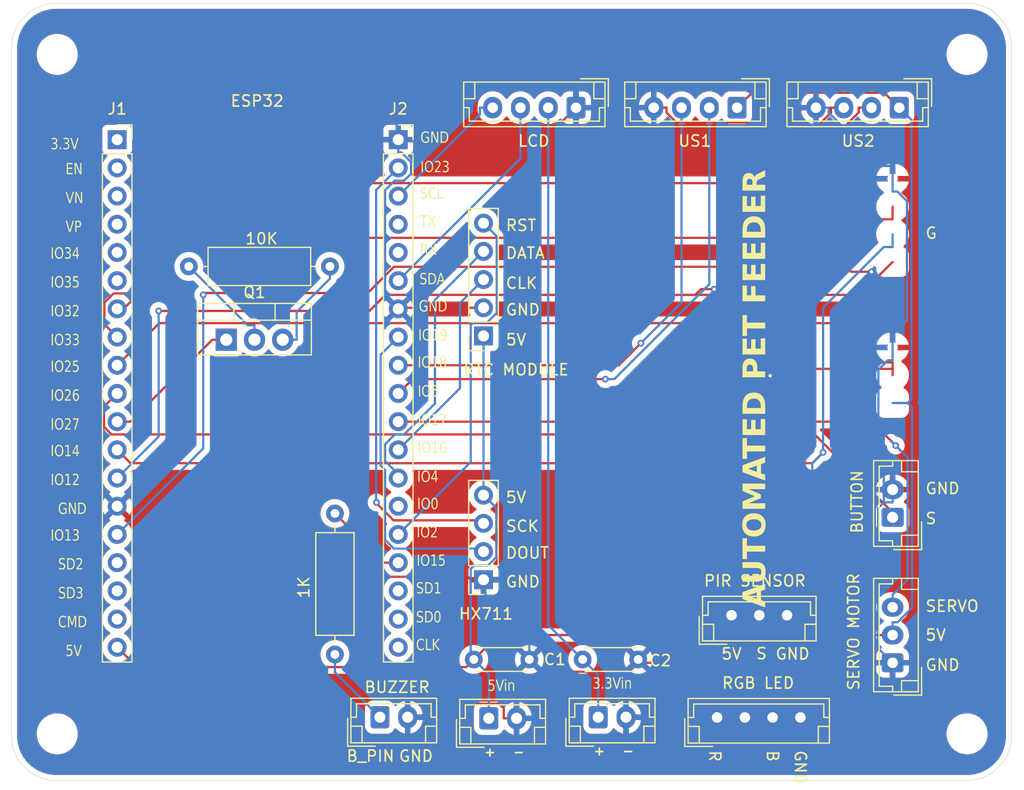
<source format=kicad_pcb>
(kicad_pcb (version 20241229) (generator "pcbnew") (generator_version "9.0")
  (layers (0 "F.Cu" signal) (2 "B.Cu" signal) (13 "F.Paste" user) (15 "B.Paste" user) (5 "F.SilkS" user "F.Silkscreen") (7 "B.SilkS" user "B.Silkscreen") (1 "F.Mask" user) (3 "B.Mask" user) (25 "Edge.Cuts" user))
  (net 0 "")
  (net 1 "5V")
  (net 2 "GND")
  (net 3 "3.3V")
  (net 4 "TRIG_2")
  (net 5 "PIR_PIN")
  (net 7 "BLUE")
  (net 8 "ECHO_2")
  (net 11 "PWR_CTRL_PIN")
  (net 14 "BTN_PIN")
  (net 15 "GREEN")
  (net 18 "RED")
  (net 21 "DATA")
  (net 22 "HX711_SCK")
  (net 23 "ECHO_1")
  (net 24 "SDA")
  (net 25 "SERVO_PIN")
  (net 30 "SCL")
  (net 31 "BUZZER_PIN")
  (net 32 "HX711_DOUT")
  (net 33 "RESET")
  (net 35 "CLOCK")
  (net 36 "TRIG_1")
  (net 38 "Net-(J14-Pin_1)")
  (net 39 "Net-(Q1-D)")
  (net 40 "Net-(Q1-S)")
  (footprint "Connector_JST:JST_EH_B3B-EH-A_1x03_P2.50mm_Vertical" (layer "F.Cu") (at 209.3 109.4 90)
    (property "Reference" "J6" (hide yes))
    (property "Value" "SERVO")
    (pad "1" thru_hole roundrect (at 0 0 90) (size 1.7 1.95) (drill 0.95) (layers "*.Cu" "*.Mask") (roundrect_rratio 0.147059) (net 2 "GND"))
    (pad "2" thru_hole oval (at 2.5 0 90) (size 1.7 1.95) (drill 0.95) (layers "*.Cu" "*.Mask") (net 1 "5V"))
    (pad "3" thru_hole oval (at 5 0 90) (size 1.7 1.95) (drill 0.95) (layers "*.Cu" "*.Mask") (net 25 "SERVO_PIN"))
  )
  (footprint "Connector_JST:JST_EH_B2B-EH-A_1x02_P2.50mm_Vertical" (layer "F.Cu") (at 182.8 114.3)
    (property "Reference" "J4" (hide yes))
    (property "Value" "3.3V")
    (pad "1" thru_hole roundrect (at 0 0) (size 1.7 2) (drill 1) (layers "*.Cu" "*.Mask") (roundrect_rratio 0.147059) (net 3 "3.3V"))
    (pad "2" thru_hole oval (at 2.5 0) (size 1.7 2) (drill 1) (layers "*.Cu" "*.Mask") (net 2 "GND"))
  )
  (footprint "Package_TO_SOT_THT:TO-220-3_Vertical" (layer "F.Cu") (at 149.32 80.3)
    (property "Reference" "Q1" (at 2.54 -4.27 0) (layer "F.SilkS"))
    (property "Value" "IRLZ44N")
    (pad "1" thru_hole rect (at 0 0) (size 1.905 2) (drill 1.1) (layers "*.Cu" "*.Mask") (net 11 "PWR_CTRL_PIN"))
    (pad "2" thru_hole oval (at 2.54 0) (size 1.905 2) (drill 1.1) (layers "*.Cu" "*.Mask") (net 39 "Net-(Q1-D)"))
    (pad "3" thru_hole oval (at 5.08 0) (size 1.905 2) (drill 1.1) (layers "*.Cu" "*.Mask") (net 40 "Net-(Q1-S)"))
  )
  (footprint "Resistor_THT:R_Axial_DIN0309_L9.0mm_D3.2mm_P12.70mm_Horizontal" (layer "F.Cu") (at 145.95 73.7)
    (property "Reference" "R2" (hide yes))
    (property "Value" "10K")
    (pad "1" thru_hole circle (at 0 0) (size 1.6 1.6) (drill 0.8) (layers "*.Cu" "*.Mask") (net 39 "Net-(Q1-D)"))
    (pad "2" thru_hole oval (at 12.7 0) (size 1.6 1.6) (drill 0.8) (layers "*.Cu" "*.Mask") (net 40 "Net-(Q1-S)"))
  )
  (footprint "Connector_JST:JST_EH_B2B-EH-A_1x02_P2.50mm_Vertical" (layer "F.Cu") (at 209.3 96.3 90)
    (property "Reference" "J11" (hide yes))
    (property "Value" "BUTTON")
    (pad "1" thru_hole roundrect (at 0 0 90) (size 1.7 2) (drill 1) (layers "*.Cu" "*.Mask") (roundrect_rratio 0.147059) (net 14 "BTN_PIN"))
    (pad "2" thru_hole oval (at 2.5 0 90) (size 1.7 2) (drill 1) (layers "*.Cu" "*.Mask") (net 2 "GND"))
  )
  (footprint "Connector_PinSocket_2.54mm:PinSocket_1x19_P2.54mm_Vertical" (layer "F.Cu") (at 139.5 62.28)
    (property "Reference" "J1" (at 0 -2.77 0) (layer "F.SilkS"))
    (property "Value" "left side")
    (pad "1" thru_hole rect (at 0 0) (size 1.7 1.7) (drill 1) (layers "*.Cu" "*.Mask"))
    (pad "2" thru_hole circle (at 0 2.54) (size 1.7 1.7) (drill 1) (layers "*.Cu" "*.Mask"))
    (pad "3" thru_hole circle (at 0 5.08) (size 1.7 1.7) (drill 1) (layers "*.Cu" "*.Mask"))
    (pad "4" thru_hole circle (at 0 7.62) (size 1.7 1.7) (drill 1) (layers "*.Cu" "*.Mask"))
    (pad "5" thru_hole circle (at 0 10.16) (size 1.7 1.7) (drill 1) (layers "*.Cu" "*.Mask"))
    (pad "6" thru_hole circle (at 0 12.7) (size 1.7 1.7) (drill 1) (layers "*.Cu" "*.Mask"))
    (pad "7" thru_hole circle (at 0 15.24) (size 1.7 1.7) (drill 1) (layers "*.Cu" "*.Mask") (net 4 "TRIG_2"))
    (pad "8" thru_hole circle (at 0 17.78) (size 1.7 1.7) (drill 1) (layers "*.Cu" "*.Mask") (net 8 "ECHO_2"))
    (pad "9" thru_hole circle (at 0 20.32) (size 1.7 1.7) (drill 1) (layers "*.Cu" "*.Mask") (net 5 "PIR_PIN"))
    (pad "10" thru_hole circle (at 0 22.86) (size 1.7 1.7) (drill 1) (layers "*.Cu" "*.Mask") (net 14 "BTN_PIN"))
    (pad "11" thru_hole circle (at 0 25.4) (size 1.7 1.7) (drill 1) (layers "*.Cu" "*.Mask") (net 11 "PWR_CTRL_PIN"))
    (pad "12" thru_hole circle (at 0 27.94) (size 1.7 1.7) (drill 1) (layers "*.Cu" "*.Mask") (net 15 "GREEN"))
    (pad "13" thru_hole circle (at 0 30.48) (size 1.7 1.7) (drill 1) (layers "*.Cu" "*.Mask") (net 18 "RED"))
    (pad "14" thru_hole circle (at 0 33.02) (size 1.7 1.7) (drill 1) (layers "*.Cu" "*.Mask") (net 2 "GND"))
    (pad "15" thru_hole circle (at 0 35.56) (size 1.7 1.7) (drill 1) (layers "*.Cu" "*.Mask") (net 7 "BLUE"))
    (pad "16" thru_hole circle (at 0 38.1) (size 1.7 1.7) (drill 1) (layers "*.Cu" "*.Mask"))
    (pad "17" thru_hole circle (at 0 40.64) (size 1.7 1.7) (drill 1) (layers "*.Cu" "*.Mask"))
    (pad "18" thru_hole circle (at 0 43.18) (size 1.7 1.7) (drill 1) (layers "*.Cu" "*.Mask"))
    (pad "19" thru_hole circle (at 0 45.72) (size 1.7 1.7) (drill 1) (layers "*.Cu" "*.Mask") (net 1 "5V"))
  )
  (footprint "Connector_PinSocket_2.54mm:PinSocket_1x04_P2.54mm_Vertical" (layer "F.Cu") (at 172.475 101.92 180)
    (property "Reference" "J13" (hide yes))
    (property "Value" "HX711")
    (pad "1" thru_hole rect (at 0 0 180) (size 1.7 1.7) (drill 1) (layers "*.Cu" "*.Mask") (net 2 "GND"))
    (pad "2" thru_hole circle (at 0 2.54 180) (size 1.7 1.7) (drill 1) (layers "*.Cu" "*.Mask") (net 32 "HX711_DOUT"))
    (pad "3" thru_hole circle (at 0 5.08 180) (size 1.7 1.7) (drill 1) (layers "*.Cu" "*.Mask") (net 22 "HX711_SCK"))
    (pad "4" thru_hole circle (at 0 7.62 180) (size 1.7 1.7) (drill 1) (layers "*.Cu" "*.Mask") (net 1 "5V"))
  )
  (footprint "Connector_JST:JST_EH_B4B-EH-A_1x04_P2.50mm_Vertical" (layer "F.Cu") (at 195.3 59.4 180)
    (property "Reference" "J7" (hide yes))
    (property "Value" "ULTRASONIC_1")
    (pad "1" thru_hole roundrect (at 0 0 180) (size 1.7 1.95) (drill 0.95) (layers "*.Cu" "*.Mask") (roundrect_rratio 0.147059) (net 1 "5V"))
    (pad "2" thru_hole oval (at 2.5 0 180) (size 1.7 1.95) (drill 0.95) (layers "*.Cu" "*.Mask") (net 36 "TRIG_1"))
    (pad "3" thru_hole oval (at 5 0 180) (size 1.7 1.95) (drill 0.95) (layers "*.Cu" "*.Mask") (net 23 "ECHO_1"))
    (pad "4" thru_hole oval (at 7.5 0 180) (size 1.7 1.95) (drill 0.95) (layers "*.Cu" "*.Mask") (net 2 "GND"))
  )
  (footprint "MountingHole:MountingHole_3.2mm_M3" (layer "F.Cu") (at 134.1 54.6)
    (property "Reference" "H2" (hide yes))
    (property "Value" "MountingHole")
    (pad "" np_thru_hole circle (at 0 0) (size 3.2 3.2) (drill 3.2) (layers "*.Cu" "*.Mask"))
  )
  (footprint "Connector_JST:JST_EH_B4B-EH-A_1x04_P2.50mm_Vertical" (layer "F.Cu") (at 193.5 114.3238)
    (property "Reference" "J12" (hide yes))
    (property "Value" "RGB_LED")
    (pad "1" thru_hole roundrect (at 0 0) (size 1.7 1.95) (drill 0.95) (layers "*.Cu" "*.Mask") (roundrect_rratio 0.147059) (net 18 "RED"))
    (pad "2" thru_hole oval (at 2.5 0) (size 1.7 1.95) (drill 0.95) (layers "*.Cu" "*.Mask") (net 15 "GREEN"))
    (pad "3" thru_hole oval (at 5 0) (size 1.7 1.95) (drill 0.95) (layers "*.Cu" "*.Mask") (net 7 "BLUE"))
    (pad "4" thru_hole oval (at 7.5 0) (size 1.7 1.95) (drill 0.95) (layers "*.Cu" "*.Mask") (net 2 "GND"))
  )
  (footprint "Capacitor_THT:C_Disc_D4.3mm_W1.9mm_P5.00mm" (layer "F.Cu") (at 181.4 109.1)
    (property "Reference" "C2" (at 7 0.1 0) (layer "F.SilkS"))
    (property "Value" "C")
    (pad "1" thru_hole circle (at 0 0) (size 1.6 1.6) (drill 0.8) (layers "*.Cu" "*.Mask") (net 3 "3.3V"))
    (pad "2" thru_hole circle (at 5 0) (size 1.6 1.6) (drill 0.8) (layers "*.Cu" "*.Mask") (net 2 "GND"))
  )
  (footprint "Connector_JST:JST_EH_B4B-EH-A_1x04_P2.50mm_Vertical" (layer "F.Cu") (at 180.8 59.4 180)
    (property "Reference" "J15" (hide yes))
    (property "Value" "LCD display/OLED")
    (pad "1" thru_hole roundrect (at 0 0 180) (size 1.7 1.95) (drill 0.95) (layers "*.Cu" "*.Mask") (roundrect_rratio 0.147059) (net 2 "GND"))
    (pad "2" thru_hole oval (at 2.5 0 180) (size 1.7 1.95) (drill 0.95) (layers "*.Cu" "*.Mask") (net 3 "3.3V"))
    (pad "3" thru_hole oval (at 5 0 180) (size 1.7 1.95) (drill 0.95) (layers "*.Cu" "*.Mask") (net 24 "SDA"))
    (pad "4" thru_hole oval (at 7.5 0 180) (size 1.7 1.95) (drill 0.95) (layers "*.Cu" "*.Mask") (net 30 "SCL"))
  )
  (footprint "Capacitor_THT:C_Disc_D4.3mm_W1.9mm_P5.00mm" (layer "F.Cu") (at 171.6 109.1)
    (property "Reference" "C1" (at 7.3 0 0) (layer "F.SilkS"))
    (property "Value" "C")
    (pad "1" thru_hole circle (at 0 0) (size 1.6 1.6) (drill 0.8) (layers "*.Cu" "*.Mask") (net 1 "5V"))
    (pad "2" thru_hole circle (at 5 0) (size 1.6 1.6) (drill 0.8) (layers "*.Cu" "*.Mask") (net 2 "GND"))
  )
  (footprint "Connector_JST:JST_EH_B4B-EH-A_1x04_P2.50mm_Vertical" (layer "F.Cu") (at 209.9 59.4 180)
    (property "Reference" "J9" (hide yes))
    (property "Value" "ULTRASONIC_2")
    (pad "1" thru_hole roundrect (at 0 0 180) (size 1.7 1.95) (drill 0.95) (layers "*.Cu" "*.Mask") (roundrect_rratio 0.147059) (net 1 "5V"))
    (pad "2" thru_hole oval (at 2.5 0 180) (size 1.7 1.95) (drill 0.95) (layers "*.Cu" "*.Mask") (net 4 "TRIG_2"))
    (pad "3" thru_hole oval (at 5 0 180) (size 1.7 1.95) (drill 0.95) (layers "*.Cu" "*.Mask") (net 8 "ECHO_2"))
    (pad "4" thru_hole oval (at 7.5 0 180) (size 1.7 1.95) (drill 0.95) (layers "*.Cu" "*.Mask") (net 2 "GND"))
  )
  (footprint "Connector_JST:JST_EH_B2B-EH-A_1x02_P2.50mm_Vertical" (layer "F.Cu") (at 172.95 114.4)
    (property "Reference" "J3" (hide yes))
    (property "Value" "5V")
    (pad "1" thru_hole roundrect (at 0 0) (size 1.7 2) (drill 1) (layers "*.Cu" "*.Mask") (roundrect_rratio 0.147059) (net 1 "5V"))
    (pad "2" thru_hole oval (at 2.5 0) (size 1.7 2) (drill 1) (layers "*.Cu" "*.Mask") (net 2 "GND"))
  )
  (footprint "MountingHole:MountingHole_3.2mm_M3" (layer "F.Cu") (at 216 115.8)
    (property "Reference" "H3" (hide yes))
    (property "Value" "MountingHole")
    (pad "" np_thru_hole circle (at 0 0) (size 3.2 3.2) (drill 3.2) (layers "*.Cu" "*.Mask"))
  )
  (footprint "Resistor_THT:R_Axial_DIN0309_L9.0mm_D3.2mm_P12.70mm_Horizontal" (layer "F.Cu") (at 159.1 95.95 -90)
    (property "Reference" "R3" (hide yes))
    (property "Value" "1K")
    (pad "1" thru_hole circle (at 0 0 270) (size 1.6 1.6) (drill 0.8) (layers "*.Cu" "*.Mask") (net 31 "BUZZER_PIN"))
    (pad "2" thru_hole oval (at 12.7 0 270) (size 1.6 1.6) (drill 0.8) (layers "*.Cu" "*.Mask") (net 38 "Net-(J14-Pin_1)"))
  )
  (footprint "Connector_PinSocket_2.54mm:PinSocket_1x05_P2.54mm_Vertical" (layer "F.Cu") (at 172.475 79.96 180)
    (property "Reference" "J8" (hide yes))
    (property "Value" "RTC_MODULE")
    (pad "1" thru_hole rect (at 0 0 180) (size 1.7 1.7) (drill 1) (layers "*.Cu" "*.Mask") (net 1 "5V"))
    (pad "2" thru_hole circle (at 0 2.54 180) (size 1.7 1.7) (drill 1) (layers "*.Cu" "*.Mask") (net 2 "GND"))
    (pad "3" thru_hole circle (at 0 5.08 180) (size 1.7 1.7) (drill 1) (layers "*.Cu" "*.Mask") (net 35 "CLOCK"))
    (pad "4" thru_hole circle (at 0 7.62 180) (size 1.7 1.7) (drill 1) (layers "*.Cu" "*.Mask") (net 21 "DATA"))
    (pad "5" thru_hole circle (at 0 10.16 180) (size 1.7 1.7) (drill 1) (layers "*.Cu" "*.Mask") (net 33 "RESET"))
  )
  (footprint "Connector_PinSocket_2.54mm:PinSocket_1x19_P2.54mm_Vertical" (layer "F.Cu") (at 164.8 62.28)
    (property "Reference" "J2" (at 0 -2.77 0) (layer "F.SilkS"))
    (property "Value" "right side")
    (pad "1" thru_hole rect (at 0 0) (size 1.7 1.7) (drill 1) (layers "*.Cu" "*.Mask") (net 2 "GND"))
    (pad "2" thru_hole circle (at 0 2.54) (size 1.7 1.7) (drill 1) (layers "*.Cu" "*.Mask") (net 22 "HX711_SCK"))
    (pad "3" thru_hole circle (at 0 5.08) (size 1.7 1.7) (drill 1) (layers "*.Cu" "*.Mask") (net 30 "SCL"))
    (pad "4" thru_hole circle (at 0 7.62) (size 1.7 1.7) (drill 1) (layers "*.Cu" "*.Mask"))
    (pad "5" thru_hole circle (at 0 10.16) (size 1.7 1.7) (drill 1) (layers "*.Cu" "*.Mask"))
    (pad "6" thru_hole circle (at 0 12.7) (size 1.7 1.7) (drill 1) (layers "*.Cu" "*.Mask") (net 24 "SDA"))
    (pad "7" thru_hole circle (at 0 15.24) (size 1.7 1.7) (drill 1) (layers "*.Cu" "*.Mask") (net 2 "GND"))
    (pad "8" thru_hole circle (at 0 17.78) (size 1.7 1.7) (drill 1) (layers "*.Cu" "*.Mask") (net 32 "HX711_DOUT"))
    (pad "9" thru_hole circle (at 0 20.32) (size 1.7 1.7) (drill 1) (layers "*.Cu" "*.Mask") (net 23 "ECHO_1"))
    (pad "10" thru_hole circle (at 0 22.86) (size 1.7 1.7) (drill 1) (layers "*.Cu" "*.Mask") (net 36 "TRIG_1"))
    (pad "11" thru_hole circle (at 0 25.4) (size 1.7 1.7) (drill 1) (layers "*.Cu" "*.Mask") (net 25 "SERVO_PIN"))
    (pad "12" thru_hole circle (at 0 27.94) (size 1.7 1.7) (drill 1) (layers "*.Cu" "*.Mask") (net 35 "CLOCK"))
    (pad "13" thru_hole circle (at 0 30.48) (size 1.7 1.7) (drill 1) (layers "*.Cu" "*.Mask") (net 21 "DATA"))
    (pad "14" thru_hole circle (at 0 33.02) (size 1.7 1.7) (drill 1) (layers "*.Cu" "*.Mask"))
    (pad "15" thru_hole circle (at 0 35.56) (size 1.7 1.7) (drill 1) (layers "*.Cu" "*.Mask") (net 33 "RESET"))
    (pad "16" thru_hole circle (at 0 38.1) (size 1.7 1.7) (drill 1) (layers "*.Cu" "*.Mask") (net 31 "BUZZER_PIN"))
    (pad "17" thru_hole circle (at 0 40.64) (size 1.7 1.7) (drill 1) (layers "*.Cu" "*.Mask"))
    (pad "18" thru_hole circle (at 0 43.18) (size 1.7 1.7) (drill 1) (layers "*.Cu" "*.Mask"))
    (pad "19" thru_hole circle (at 0 45.72) (size 1.7 1.7) (drill 1) (layers "*.Cu" "*.Mask"))
  )
  (footprint "MountingHole:MountingHole_3.2mm_M3" (layer "F.Cu") (at 216 54.6)
    (property "Reference" "H1" (hide yes))
    (property "Value" "MountingHole")
    (pad "" np_thru_hole circle (at 0 0) (size 3.2 3.2) (drill 3.2) (layers "*.Cu" "*.Mask"))
  )
  (footprint "Connector_JST:JST_EH_B3B-EH-A_1x03_P2.50mm_Vertical" (layer "F.Cu") (at 194.8 105.119)
    (property "Reference" "J10" (hide yes))
    (property "Value" "PIR_SENSOR")
    (pad "1" thru_hole roundrect (at 0 0) (size 1.7 1.95) (drill 0.95) (layers "*.Cu" "*.Mask") (roundrect_rratio 0.147059) (net 1 "5V"))
    (pad "2" thru_hole oval (at 2.5 0) (size 1.7 1.95) (drill 0.95) (layers "*.Cu" "*.Mask") (net 5 "PIR_PIN"))
    (pad "3" thru_hole oval (at 5 0) (size 1.7 1.95) (drill 0.95) (layers "*.Cu" "*.Mask") (net 2 "GND"))
  )
  (footprint "Connector_JST:JST_EH_B2B-EH-A_1x02_P2.50mm_Vertical" (layer "F.Cu") (at 163.15 114.3)
    (property "Reference" "J14" (hide yes))
    (property "Value" "BUZZER")
    (pad "1" thru_hole roundrect (at 0 0) (size 1.7 2) (drill 1) (layers "*.Cu" "*.Mask") (roundrect_rratio 0.147059) (net 38 "Net-(J14-Pin_1)"))
    (pad "2" thru_hole oval (at 2.5 0) (size 1.7 2) (drill 1) (layers "*.Cu" "*.Mask") (net 2 "GND"))
  )
  (footprint "MountingHole:MountingHole_3.2mm_M3" (layer "B.Cu") (at 134.1 115.8 180)
    (property "Reference" "H4" (hide yes))
    (property "Value" "MountingHole")
    (pad "" np_thru_hole circle (at 0 0 180) (size 3.2 3.2) (drill 3.2) (layers "*.Cu" "*.Mask"))
  )
  (gr_line (start 220 54) (end 220 116) (stroke (width 0.05)) (layer "Edge.Cuts"))
  (gr_arc (start 216 50) (mid 218.828427 51.171573) (end 220 54) (stroke (width 0.05)) (layer "Edge.Cuts"))
  (gr_line (start 216 120) (end 134 120) (stroke (width 0.05)) (layer "Edge.Cuts"))
  (gr_line (start 134 50) (end 216 50) (stroke (width 0.05)) (layer "Edge.Cuts"))
  (gr_arc (start 220 116) (mid 218.828427 118.828427) (end 216 120) (stroke (width 0.05)) (layer "Edge.Cuts"))
  (gr_arc (start 130 54) (mid 131.171573 51.171573) (end 134 50) (stroke (width 0.05)) (layer "Edge.Cuts"))
  (gr_line (start 130 116) (end 130 54) (stroke (width 0.05)) (layer "Edge.Cuts"))
  (gr_arc (start 134 120) (mid 131.171573 118.828427) (end 130 116) (stroke (width 0.05)) (layer "Edge.Cuts"))
  (gr_text "CLK" (at 175.9 75.2 0) (layer "F.SilkS") (effects (font (size 1 1))))
  (gr_text "IO33" (at 133.5 80.38 0) (layer "F.SilkS") (effects (font (size 1 0.8) (thickness 0.18)) (justify left)))
  (gr_text "GND" (at 176.019047 77.6 0) (layer "F.SilkS") (effects (font (size 1 1))))
  (gr_text "GND" (at 213.8 109.6 0) (layer "F.SilkS") (effects (font (size 1 1))))
  (gr_text "AUTOMATED PET FEEDER" (at 197 84.7 90) (layer "F.SilkS") (effects (font (size 2 2) (thickness 0.5) (bold yes))))
  (gr_text "SERVO" (at 214.657143 104.3 0) (layer "F.SilkS") (effects (font (size 1 1))))
  (gr_text "IO2" (at 166.45 98.28 0) (layer "F.SilkS") (effects (font (size 1 0.8) (thickness 0.18)) (justify left bottom)))
  (gr_text "5V" (at 175.4 94.5 0) (layer "F.SilkS") (effects (font (size 1 1))))
  (gr_text "GND" (at 213.8 93.7 0) (layer "F.SilkS") (effects (font (size 1 1))))
  (gr_text "B_PIN" (at 162.3 117.8 0) (layer "F.SilkS") (effects (font (size 1 1))))
  (gr_text "VN\n" (at 134.852128 67.58 0) (layer "F.SilkS") (effects (font (size 1 0.8) (thickness 0.18)) (justify left)))
  (gr_text "RGB LED\n" (at 197.2 111.223809 0) (layer "F.SilkS") (effects (font (size 1 1))))
  (gr_text "LCD" (at 177 62.4 0) (layer "F.SilkS") (effects (font (size 1 1))))
  (gr_text "BUTTON\n" (at 206.1 94.9 90) (layer "F.SilkS") (effects (font (size 1 1))))
  (gr_text "S" (at 197.5 108.571428 0) (layer "F.SilkS") (effects (font (size 1 1))))
  (gr_text "SD3" (at 134.176064 103.18 0) (layer "F.SilkS") (effects (font (size 1 0.8) (thickness 0.18)) (justify left)))
  (gr_text "EN" (at 134.852128 64.98 0) (layer "F.SilkS") (effects (font (size 1 0.8) (thickness 0.18)) (justify left)))
  (gr_text "VP" (at 134.852128 70.18 0) (layer "F.SilkS") (effects (font (size 1 0.8) (thickness 0.18)) (justify left)))
  (gr_text "GND" (at 166.65 77.93 0) (layer "F.SilkS") (effects (font (size 1 0.8) (thickness 0.18)) (justify left bottom)))
  (gr_text "HX711\n\n" (at 172.7 105.8 0) (layer "F.SilkS") (effects (font (size 1 1))))
  (gr_text "GND" (at 166.8 62.73 0) (layer "F.SilkS") (effects (font (size 1 0.8) (thickness 0.18)) (justify left bottom)))
  (gr_text "+" (at 182.3 117.8 0) (layer "F.SilkS") (effects (font (size 0.8 0.8) (thickness 0.16) (bold yes)) (justify left bottom)))
  (gr_text "3.3V\n" (at 133.5 62.73 0) (layer "F.SilkS") (effects (font (size 1 0.8) (thickness 0.18)) (justify left)))
  (gr_text "IO15" (at 166.45 100.83 0) (layer "F.SilkS") (effects (font (size 1 0.8) (thickness 0.18)) (justify left bottom)))
  (gr_text "IO26" (at 133.5 85.38 0) (layer "F.SilkS") (effects (font (size 1 0.8) (thickness 0.18)) (justify left)))
  (gr_text "GND" (at 200.3 108.6 0) (layer "F.SilkS") (effects (font (size 1 1))))
  (gr_text "IO5" (at 166.55 85.58 0) (layer "F.SilkS") (effects (font (size 1 0.8) (thickness 0.18)) (justify left bottom)))
  (gr_text "GND" (at 166.4 117.8 0) (layer "F.SilkS") (effects (font (size 1 1))))
  (gr_text "5V" (at 213.180953 106.9 0) (layer "F.SilkS") (effects (font (size 1 1))))
  (gr_text "SCK\n" (at 175.971428 97.1 0) (layer "F.SilkS") (effects (font (size 1 1))))
  (gr_text "CMD" (at 134.176064 105.78 0) (layer "F.SilkS") (effects (font (size 1 0.8) (thickness 0.18)) (justify left)))
  (gr_text "IO18" (at 166.55 82.98 0) (layer "F.SilkS") (effects (font (size 1 0.8) (thickness 0.18)) (justify left bottom)))
  (gr_text "RST" (at 175.852381 70 0) (layer "F.SilkS") (effects (font (size 1 1))))
  (gr_text "IO23" (at 166.8 65.38 0) (layer "F.SilkS") (effects (font (size 1 0.8) (thickness 0.18)) (justify left bottom)))
  (gr_text "1K" (at 156.3 102.6 90) (layer "F.SilkS") (effects (font (size 1 1))))
  (gr_text "RTC MODULE\n" (at 175.4 83 0) (layer "F.SilkS") (effects (font (size 1 1))))
  (gr_text "SD1" (at 166.4 103.33 0) (layer "F.SilkS") (effects (font (size 1 0.8) (thickness 0.18)) (justify left bottom)))
  (gr_text "ESP32\n" (at 152.1 58.8 0) (layer "F.SilkS") (effects (font (size 1 1))))
  (gr_text "US2\n" (at 206.2 62.4 0) (layer "F.SilkS") (effects (font (size 1 1))))
  (gr_text "10K" (at 152.5 71.2 0) (layer "F.SilkS") (effects (font (size 1 1))))
  (gr_text "R" (at 193.3 117.8 270) (layer "F.SilkS") (effects (font (size 1 1))))
  (gr_text "GND" (at 176.019047 102.1 0) (layer "F.SilkS") (effects (font (size 1 1))))
  (gr_text "TX" (at 166.75 70.28 0) (layer "F.SilkS") (effects (font (size 1 0.8) (thickness 0.18)) (justify left bottom)))
  (gr_text "IO32" (at 133.5 77.78 0) (layer "F.SilkS") (effects (font (size 1 0.8) (thickness 0.18)) (justify left)))
  (gr_text "SERVO MOTOR\n\n" (at 206.6 106.6 90) (layer "F.SilkS") (effects (font (size 1 1))))
  (gr_text "-" (at 184.9 117.8 0) (layer "F.SilkS") (effects (font (size 0.8 0.8) (thickness 0.16) (bold yes)) (justify left bottom)))
  (gr_text "IO27" (at 133.5 87.98 0) (layer "F.SilkS") (effects (font (size 1 0.8) (thickness 0.18)) (justify left)))
  (gr_text "G" (at 212.776191 70.7 0) (layer "F.SilkS") (effects (font (size 1 1))))
  (gr_text "5V" (at 134.852128 108.38 0) (layer "F.SilkS") (effects (font (size 1 0.8) (thickness 0.18)) (justify left)))
  (gr_text "SD2" (at 134.176064 100.58 0) (layer "F.SilkS") (effects (font (size 1 0.8) (thickness 0.18)) (justify left)))
  (gr_text "IO14" (at 133.5 90.38 0) (layer "F.SilkS") (effects (font (size 1 0.8) (thickness 0.18)) (justify left)))
  (gr_text "CLK\n" (at 166.4 108.43 0) (layer "F.SilkS") (effects (font (size 1 0.8) (thickness 0.18)) (justify left bottom)))
  (gr_text "+" (at 172.45 117.9 0) (layer "F.SilkS") (effects (font (size 0.8 0.8) (thickness 0.16) (bold yes)) (justify left bottom)))
  (gr_text "GND" (at 201 118.823809 270) (layer "F.SilkS") (effects (font (size 1 1))))
  (gr_text "B" (at 198.5 117.8 270) (layer "F.SilkS") (effects (font (size 1 1))))
  (gr_text "DOUT" (at 176.423809 99.5 0) (layer "F.SilkS") (effects (font (size 1 1))))
  (gr_text "5V" (at 175.4 80.3 0) (layer "F.SilkS") (effects (font (size 1 1))))
  (gr_text "IO34\n" (at 133.5 72.58 0) (layer "F.SilkS") (effects (font (size 1 0.8) (thickness 0.18)) (justify left)))
  (gr_text "SD0" (at 166.4 105.93 0) (layer "F.SilkS") (effects (font (size 1 0.8) (thickness 0.18)) (justify left bottom)))
  (gr_text "US1\n" (at 191.5 62.4 0) (layer "F.SilkS") (effects (font (size 1 1))))
  (gr_text "PIR SENSOR" (at 196.9 102.019047 0) (layer "F.SilkS") (effects (font (size 1 1))))
  (gr_text "5V" (at 194.8 108.6 0) (layer "F.SilkS") (effects (font (size 1 1))))
  (gr_text "DATA" (at 176.233333 72.5 0) (layer "F.SilkS") (effects (font (size 1 1))))
  (gr_text "S" (at 212.752381 96.4 0) (layer "F.SilkS") (effects (font (size 1 1))))
  (gr_text "GND" (at 134.176064 95.58 0) (layer "F.SilkS") (effects (font (size 1 0.8) (thickness 0.18)) (justify left)))
  (gr_text "BUZZER" (at 164.7 111.6 0) (layer "F.SilkS") (effects (font (size 1 1))))
  (gr_text "IO0" (at 166.5 95.73 0) (layer "F.SilkS") (effects (font (size 1 0.8) (thickness 0.18)) (justify left bottom)))
  (gr_text "IO4" (at 166.5 93.28 0) (layer "F.SilkS") (effects (font (size 1 0.8) (thickness 0.18)) (justify left bottom)))
  (gr_text "-" (at 175.05 117.9 0) (layer "F.SilkS") (effects (font (size 0.8 0.8) (thickness 0.16) (bold yes)) (justify left bottom)))
  (gr_text "SDA" (at 166.7 75.48 0) (layer "F.SilkS") (effects (font (size 1 0.8) (thickness 0.18)) (justify left bottom)))
  (gr_text "SCL\n" (at 166.75 67.78 0) (layer "F.SilkS") (effects (font (size 1 0.8) (thickness 0.18)) (justify left bottom)))
  (gr_text "IO16" (at 166.55 90.68 0) (layer "F.SilkS") (effects (font (size 1 0.8) (thickness 0.18)) (justify left bottom)))
  (gr_text "IO25" (at 133.5 82.78 0) (layer "F.SilkS") (effects (font (size 1 0.8) (thickness 0.18)) (justify left)))
  (gr_text "IO19" (at 166.6 80.53 0) (layer "F.SilkS") (effects (font (size 1 0.8) (thickness 0.18)) (justify left bottom)))
  (gr_text "IO17" (at 166.55 88.18 0) (layer "F.SilkS") (effects (font (size 1 0.8) (thickness 0.18)) (justify left bottom)))
  (gr_text "IO13" (at 133.5 97.98 0) (layer "F.SilkS") (effects (font (size 1 0.8) (thickness 0.18)) (justify left)))
  (gr_text "IO12" (at 133.5 92.98 0) (layer "F.SilkS") (effects (font (size 1 0.8) (thickness 0.18)) (justify left)))
  (gr_text "3.3Vin\n" (at 182.3 111.9 0) (layer "F.SilkS") (effects (font (size 1 0.8) (thickness 0.18)) (justify left bottom)))
  (gr_text "IO35\n" (at 133.5 75.18 0) (layer "F.SilkS") (effects (font (size 1 0.8) (thickness 0.18)) (justify left)))
  (gr_text "RX" (at 166.75 72.83 0) (layer "F.SilkS") (effects (font (size 1 0.8) (thickness 0.18)) (justify left bottom)))
  (gr_text "5Vin\n" (at 172.85 112.1 0) (layer "F.SilkS") (effects (font (size 1 0.8) (thickness 0.18)) (justify left bottom)))
  (segment (start 141.289 109.789) (end 170.911 109.789) (width 0.2) (layer "F.Cu") (net 1))
  (segment (start 208.554 58.054) (end 196.646 58.054) (width 0.2) (layer "F.Cu") (net 1))
  (segment (start 193.019 106.9) (end 194.8 105.119) (width 0.2) (layer "F.Cu") (net 1))
  (segment (start 173.8 106.9) (end 171.6 109.1) (width 0.2) (layer "F.Cu") (net 1))
  (segment (start 139.5 108) (end 141.289 109.789) (width 0.2) (layer "F.Cu") (net 1))
  (segment (start 196.646 58.054) (end 195.3 59.4) (width 0.2) (layer "F.Cu") (net 1))
  (segment (start 170.911 109.789) (end 171.6 109.1) (width 0.2) (layer "F.Cu") (net 1))
  (segment (start 209.3 106.9) (end 193.019 106.9) (width 0.2) (layer "F.Cu") (net 1))
  (segment (start 209.9 59.4) (end 208.554 58.054) (width 0.2) (layer "F.Cu") (net 1))
  (segment (start 193.019 106.9) (end 191.825 106.9) (width 0.2) (layer "F.Cu") (net 1))
  (segment (start 191.825 106.9) (end 173.8 106.9) (width 0.2) (layer "F.Cu") (net 1))
  (segment (start 172.475 79.96) (end 172.475 94.3) (width 0.2) (layer "B.Cu") (net 1))
  (segment (start 210.65 86) (end 211.001 85.6485) (width 0.2) (layer "B.Cu") (net 1))
  (segment (start 171.614 100.65) (end 171.323 100.941) (width 0.2) (layer "B.Cu") (net 1))
  (segment (start 209.3 106.9) (end 209.3 105.748) (width 0.2) (layer "B.Cu") (net 1))
  (segment (start 173.627 99.89) (end 172.867 100.65) (width 0.2) (layer "B.Cu") (net 1))
  (segment (start 173.627 95.452) (end 173.627 99.89) (width 0.2) (layer "B.Cu") (net 1))
  (segment (start 211.001 60.5013) (end 209.9 59.4) (width 0.2) (layer "B.Cu") (net 1))
  (segment (start 211.052 104.448) (end 211.052 86.4017) (width 0.2) (layer "B.Cu") (net 1))
  (segment (start 209.3 105.748) (end 209.752 105.748) (width 0.2) (layer "B.Cu") (net 1))
  (segment (start 211.001 85.6485) (end 211.001 60.5013) (width 0.2) (layer "B.Cu") (net 1))
  (segment (start 209.752 105.748) (end 211.052 104.448) (width 0.2) (layer "B.Cu") (net 1))
  (segment (start 171.323 100.941) (end 171.323 108.823) (width 0.2) (layer "B.Cu") (net 1))
  (segment (start 171.323 108.823) (end 171.6 109.1) (width 0.2) (layer "B.Cu") (net 1))
  (segment (start 172.95 110.45) (end 172.95 114.4) (width 0.2) (layer "B.Cu") (net 1))
  (segment (start 172.867 100.65) (end 171.614 100.65) (width 0.2) (layer "B.Cu") (net 1))
  (segment (start 209.3 86) (end 210.65 86) (width 0.2) (layer "B.Cu") (net 1))
  (segment (start 211.052 86.4017) (end 210.65 86) (width 0.2) (layer "B.Cu") (net 1))
  (segment (start 171.6 109.1) (end 172.95 110.45) (width 0.2) (layer "B.Cu") (net 1))
  (segment (start 172.475 94.3) (end 173.627 95.452) (width 0.2) (layer "B.Cu") (net 1))
  (segment (start 177.703 110.203) (end 185.597 110.203) (width 0.2) (layer "F.Cu") (net 2))
  (segment (start 176.6 109.1) (end 177.703 110.203) (width 0.2) (layer "F.Cu") (net 2))
  (segment (start 188.952 59.4) (end 187.8 59.4) (width 0.2) (layer "F.Cu") (net 2))
  (segment (start 186.4 109.4) (end 209.3 109.4) (width 0.2) (layer "F.Cu") (net 2))
  (segment (start 166.802 114.3) (end 168.012 113.089) (width 0.2) (layer "F.Cu") (net 2))
  (segment (start 168.012 113.089) (end 173.877 113.089) (width 0.2) (layer "F.Cu") (net 2))
  (segment (start 145.85 101.65) (end 171.053 101.65) (width 0.2) (layer "F.Cu") (net 2))
  (segment (start 185.597 110.203) (end 186.4 109.4) (width 0.2) (layer "F.Cu") (net 2))
  (segment (start 177.92 62.28) (end 164.8 62.28) (width 0.2) (layer "F.Cu") (net 2))
  (segment (start 164.9 77.42) (end 164.8 77.52) (width 0.2) (layer "F.Cu") (net 2))
  (segment (start 188.952 59.8517) (end 188.952 59.4) (width 0.2) (layer "F.Cu") (net 2))
  (segment (start 186.4 109.4) (end 186.4 109.1) (width 0.2) (layer "F.Cu") (net 2))
  (segment (start 202.4 59.4) (end 201.248 59.4) (width 0.2) (layer "F.Cu") (net 2))
  (segment (start 180.8 59.4) (end 177.92 62.28) (width 0.2) (layer "F.Cu") (net 2))
  (segment (start 189.828 60.7276) (end 188.952 59.8517) (width 0.2) (layer "F.Cu") (net 2))
  (segment (start 199.921 60.7276) (end 189.828 60.7276) (width 0.2) (layer "F.Cu") (net 2))
  (segment (start 139.5 95.3) (end 145.85 101.65) (width 0.2) (layer "F.Cu") (net 2))
  (segment (start 172.475 77.42) (end 164.9 77.42) (width 0.2) (layer "F.Cu") (net 2))
  (segment (start 175.45 114.4) (end 174.298 114.4) (width 0.2) (layer "F.Cu") (net 2))
  (segment (start 171.053 101.65) (end 171.323 101.92) (width 0.2) (layer "F.Cu") (net 2))
  (segment (start 201.248 59.4) (end 199.921 60.7276) (width 0.2) (layer "F.Cu") (net 2))
  (segment (start 174.298 113.51) (end 174.298 114.4) (width 0.2) (layer "F.Cu") (net 2))
  (segment (start 187.8 59.4) (end 180.8 59.4) (width 0.2) (layer "F.Cu") (net 2))
  (segment (start 172.475 101.92) (end 171.323 101.92) (width 0.2) (layer "F.Cu") (net 2))
  (segment (start 165.65 114.3) (end 166.802 114.3) (width 0.2) (layer "F.Cu") (net 2))
  (segment (start 173.877 113.089) (end 174.298 113.51) (width 0.2) (layer "F.Cu") (net 2))
  (segment (start 165.952 65.3498) (end 165.952 64.2954) (width 0.2) (layer "B.Cu") (net 2))
  (segment (start 209.3 93.8) (end 209.3 94.9517) (width 0.2) (layer "B.Cu") (net 2))
  (segment (start 209.732 66.9517) (end 210.592 67.8122) (width 0.2) (layer "B.Cu") (net 2))
  (segment (start 163.612 76.3319) (end 163.612 66.8347) (width 0.2) (layer "B.Cu") (net 2))
  (segment (start 210.592 78.5559) (end 209.3 79.8483) (width 0.2) (layer "B.Cu") (net 2))
  (segment (start 208.508 94.9517) (end 207.997 95.4626) (width 0.2) (layer "B.Cu") (net 2))
  (segment (start 176.6 109.1) (end 175.45 110.25) (width 0.2) (layer "B.Cu") (net 2))
  (segment (start 172.475 103.072) (end 176.6 107.197) (width 0.2) (layer "B.Cu") (net 2))
  (segment (start 186.4 109.1) (end 185.3 110.2) (width 0.2) (layer "B.Cu") (net 2))
  (segment (start 209.3 81) (end 209.3 79.8483) (width 0.2) (layer "B.Cu") (net 2))
  (segment (start 210.592 67.8122) (end 210.592 78.5559) (width 0.2) (layer "B.Cu") (net 2))
  (segment (start 163.612 66.8347) (end 164.475 65.9717) (width 0.2) (layer "B.Cu") (net 2))
  (segment (start 209.3 94.9517) (end 208.508 94.9517) (width 0.2) (layer "B.Cu") (net 2))
  (segment (start 165.33 65.9717) (end 165.952 65.3498) (width 0.2) (layer "B.Cu") (net 2))
  (segment (start 185.3 110.2) (end 185.3 114.3) (width 0.2) (layer "B.Cu") (net 2))
  (segment (start 164.8 77.52) (end 163.612 76.3319) (width 0.2) (layer "B.Cu") (net 2))
  (segment (start 203.552 59.8517) (end 203.552 59.4) (width 0.2) (layer "B.Cu") (net 2))
  (segment (start 172.475 101.92) (end 172.475 103.072) (width 0.2) (layer "B.Cu") (net 2))
  (segment (start 209.3 65.8) (end 209.3 64.6483) (width 0.2) (layer "B.Cu") (net 2))
  (segment (start 164.475 65.9717) (end 165.33 65.9717) (width 0.2) (layer "B.Cu") (net 2))
  (segment (start 175.45 110.25) (end 175.45 114.4) (width 0.2) (layer "B.Cu") (net 2))
  (segment (start 207.997 108.097) (end 209.3 109.4) (width 0.2) (layer "B.Cu") (net 2))
  (segment (start 209.3 81) (end 209.3 82.1517) (width 0.2) (layer "B.Cu") (net 2))
  (segment (start 207.997 95.4626) (end 207.997 108.097) (width 0.2) (layer "B.Cu") (net 2))
  (segment (start 209.3 66.3758) (end 209.3 65.8) (width 0.2) (layer "B.Cu") (net 2))
  (segment (start 208.348 64.6483) (end 203.552 59.8517) (width 0.2) (layer "B.Cu") (net 2))
  (segment (start 209.3 66.3758) (end 209.3 66.9517) (width 0.2) (layer "B.Cu") (net 2))
  (segment (start 208.019 83.0007) (end 208.019 88.2271) (width 0.2) (layer "B.Cu") (net 2))
  (segment (start 208.019 88.2271) (end 208.508 88.7162) (width 0.2) (layer "B.Cu") (net 2))
  (segment (start 209.3 66.9517) (end 209.732 66.9517) (width 0.2) (layer "B.Cu") (net 2))
  (segment (start 176.6 107.197) (end 176.6 109.1) (width 0.2) (layer "B.Cu") (net 2))
  (segment (start 208.868 82.1517) (end 208.019 83.0007) (width 0.2) (layer "B.Cu") (net 2))
  (segment (start 209.3 82.1517) (end 208.868 82.1517) (width 0.2) (layer "B.Cu") (net 2))
  (segment (start 165.952 64.2954) (end 165.088 63.4317) (width 0.2) (layer "B.Cu") (net 2))
  (segment (start 165.088 63.4317) (end 164.8 63.4317) (width 0.2) (layer "B.Cu") (net 2))
  (segment (start 209.3 64.6483) (end 208.348 64.6483) (width 0.2) (layer "B.Cu") (net 2))
  (segment (start 208.508 88.7162) (end 208.508 94.9517) (width 0.2) (layer "B.Cu") (net 2))
  (segment (start 202.4 59.4) (end 203.552 59.4) (width 0.2) (layer "B.Cu") (net 2))
  (segment (start 164.8 62.28) (end 164.8 63.4317) (width 0.2) (layer "B.Cu") (net 2))
  (segment (start 182.8 114.3) (end 182.8 110.5) (width 0.2) (layer "B.Cu") (net 3))
  (segment (start 182.8 110.5) (end 181.4 109.1) (width 0.2) (layer "B.Cu") (net 3))
  (segment (start 181.4 109.1) (end 178.3 106) (width 0.2) (layer "B.Cu") (net 3))
  (segment (start 178.3 106) (end 178.3 59.4) (width 0.2) (layer "B.Cu") (net 3))
  (segment (start 147.33 71.1211) (end 194.959 71.1211) (width 0.2) (layer "F.Cu") (net 4))
  (segment (start 147.163 71.2874) (end 147.33 71.1211) (width 0.2) (layer "F.Cu") (net 4))
  (segment (start 206.248 59.8319) (end 206.248 59.4) (width 0.2) (layer "F.Cu") (net 4))
  (segment (start 146.301 71.2874) (end 147.163 71.2874) (width 0.2) (layer "F.Cu") (net 4))
  (segment (start 194.959 71.1211) (end 206.248 59.8319) (width 0.2) (layer "F.Cu") (net 4))
  (segment (start 207.4 59.4) (end 206.248 59.4) (width 0.2) (layer "F.Cu") (net 4))
  (segment (start 147.163 71.2874) (end 147.33 71.1211) (width 0.2) (layer "F.Cu") (net 4))
  (segment (start 139.5 77.52) (end 140.068 77.52) (width 0.2) (layer "F.Cu") (net 4))
  (segment (start 140.068 77.52) (end 146.301 71.2874) (width 0.2) (layer "F.Cu") (net 4))
  (segment (start 143.294 78.8062) (end 139.5 82.6) (width 0.2) (layer "F.Cu") (net 5))
  (segment (start 209.3 83.5) (end 209.3 82.9241) (width 0.2) (layer "F.Cu") (net 5))
  (segment (start 198.8914 82.9241) (end 198.278 83.5375) (width 0.2) (layer "F.Cu") (net 5))
  (segment (start 209.3 82.3483) (end 208.148 82.3483) (width 0.2) (layer "F.Cu") (net 5))
  (segment (start 204.606 78.8062) (end 143.294 78.8062) (width 0.2) (layer "F.Cu") (net 5))
  (segment (start 209.3 82.9241) (end 198.8914 82.9241) (width 0.2) (layer "F.Cu") (net 5))
  (segment (start 209.3 82.9241) (end 209.3 82.3483) (width 0.2) (layer "F.Cu") (net 5))
  (segment (start 208.148 82.3483) (end 204.606 78.8062) (width 0.2) (layer "F.Cu") (net 5))
  (via (at 198.278 83.5375) (size 0.6) (drill 0.3) (layers "F.Cu" "B.Cu") (net 5))
  (segment (start 198.278 83.5375) (end 197.3 84.5155) (width 0.2) (layer "B.Cu") (net 5))
  (segment (start 197.3 84.5155) (end 197.3 105.119) (width 0.2) (layer "B.Cu") (net 5))
  (segment (start 162.059 76.0919) (end 162.059 76.092) (width 0.2) (layer "F.Cu") (net 7))
  (segment (start 164.423 73.7283) (end 162.059 76.0919) (width 0.2) (layer "F.Cu") (net 7))
  (segment (start 147.413 76.092) (end 147.247 76.2582) (width 0.2) (layer "F.Cu") (net 7))
  (segment (start 207.3983 74.178) (end 205.5782 74.178) (width 0.2) (layer "F.Cu") (net 7))
  (segment (start 208.148 69.4517) (end 204.5002 73.1) (width 0.2) (layer "F.Cu") (net 7))
  (segment (start 203.872 73.7283) (end 164.423 73.7283) (width 0.2) (layer "F.Cu") (net 7))
  (segment (start 209.3 69.4517) (end 208.148 69.4517) (width 0.2) (layer "F.Cu") (net 7))
  (segment (start 204.5002 73.1) (end 203.872 73.7283) (width 0.2) (layer "F.Cu") (net 7))
  (segment (start 205.5782 74.178) (end 204.5002 73.1) (width 0.2) (layer "F.Cu") (net 7))
  (segment (start 162.059 76.092) (end 147.413 76.092) (width 0.2) (layer "F.Cu") (net 7))
  (segment (start 209.3 68.3) (end 209.3 69.4517) (width 0.2) (layer "F.Cu") (net 7))
  (via (at 207.3983 74.178) (size 0.6) (drill 0.3) (layers "F.Cu" "B.Cu") (net 7))
  (via (at 147.247 76.2582) (size 0.6) (drill 0.3) (layers "F.Cu" "B.Cu") (net 7))
  (segment (start 207.3983 105.4255) (end 207.3983 74.178) (width 0.2) (layer "B.Cu") (net 7))
  (segment (start 198.5 114.3238) (end 199.6517 114.3238) (width 0.2) (layer "B.Cu") (net 7))
  (segment (start 147.247 90.093) (end 147.247 76.2582) (width 0.2) (layer "B.Cu") (net 7))
  (segment (start 139.5 97.84) (end 147.247 90.093) (width 0.2) (layer "B.Cu") (net 7))
  (segment (start 199.6517 114.3238) (end 199.6517 113.1721) (width 0.2) (layer "B.Cu") (net 7))
  (segment (start 199.6517 113.1721) (end 207.3983 105.4255) (width 0.2) (layer "B.Cu") (net 7))
  (segment (start 203.748 59.8517) (end 203.748 59.4) (width 0.2) (layer "F.Cu") (net 8))
  (segment (start 139.176 76.1317) (end 140.888 76.1317) (width 0.2) (layer "F.Cu") (net 8))
  (segment (start 150.825 66.1952) (end 197.405 66.1952) (width 0.2) (layer "F.Cu") (net 8))
  (segment (start 140.888 76.1317) (end 150.825 66.1952) (width 0.2) (layer "F.Cu") (net 8))
  (segment (start 138.348 78.9083) (end 138.348 76.9593) (width 0.2) (layer "F.Cu") (net 8))
  (segment (start 204.9 59.4) (end 203.748 59.4) (width 0.2) (layer "F.Cu") (net 8))
  (segment (start 197.405 66.1952) (end 203.748 59.8517) (width 0.2) (layer "F.Cu") (net 8))
  (segment (start 138.348 76.9593) (end 139.176 76.1317) (width 0.2) (layer "F.Cu") (net 8))
  (segment (start 139.5 80.06) (end 138.348 78.9083) (width 0.2) (layer "F.Cu") (net 8))
  (segment (start 148.066 80.3) (end 140.686 87.68) (width 0.2) (layer "F.Cu") (net 11))
  (segment (start 140.686 87.68) (end 139.5 87.68) (width 0.2) (layer "F.Cu") (net 11))
  (segment (start 149.32 80.3) (end 148.066 80.3) (width 0.2) (layer "F.Cu") (net 11))
  (segment (start 202.275 88.8317) (end 138.99 88.8317) (width 0.2) (layer "F.Cu") (net 14))
  (segment (start 138.99 88.8317) (end 138.31 88.1523) (width 0.2) (layer "F.Cu") (net 14))
  (segment (start 209.3 95.857) (end 202.275 88.8317) (width 0.2) (layer "F.Cu") (net 14))
  (segment (start 209.3 96.3) (end 209.3 95.857) (width 0.2) (layer "F.Cu") (net 14))
  (segment (start 138.31 88.1523) (end 138.31 86.3298) (width 0.2) (layer "F.Cu") (net 14))
  (segment (start 138.31 86.3298) (end 139.5 85.14) (width 0.2) (layer "F.Cu") (net 14))
  (segment (start 202.068 91.425) (end 140.705 91.425) (width 0.2) (layer "F.Cu") (net 15))
  (segment (start 203.042 90.4502) (end 202.068 91.425) (width 0.2) (layer "F.Cu") (net 15))
  (segment (start 140.705 91.425) (end 139.5 90.22) (width 0.2) (layer "F.Cu") (net 15))
  (via (at 203.042 90.4502) (size 0.6) (drill 0.3) (layers "F.Cu" "B.Cu") (net 15))
  (segment (start 209.3 70.8) (end 209.3 71.9517) (width 0.2) (layer "B.Cu") (net 15))
  (segment (start 196 114.3238) (end 197.1517 114.3238) (width 0.2) (layer "B.Cu") (net 15))
  (segment (start 197.1517 113.1721) (end 202.068 108.2558) (width 0.2) (layer "B.Cu") (net 15))
  (segment (start 203.042 90.4502) (end 202.068 91.425) (width 0.2) (layer "B.Cu") (net 15))
  (segment (start 209.3 71.9517) (end 208.508 71.9517) (width 0.2) (layer "B.Cu") (net 15))
  (segment (start 202.068 108.2558) (end 202.068 91.425) (width 0.2) (layer "B.Cu") (net 15))
  (segment (start 208.508 71.9517) (end 203.042 77.4176) (width 0.2) (layer "B.Cu") (net 15))
  (segment (start 197.1517 114.3238) (end 197.1517 113.1721) (width 0.2) (layer "B.Cu") (net 15))
  (segment (start 203.042 77.4176) (end 203.042 90.4502) (width 0.2) (layer "B.Cu") (net 15))
  (segment (start 202.068 91.425) (end 203.042 90.4502) (width 0.2) (layer "B.Cu") (net 15))
  (segment (start 193.2371 75.7469) (end 192.0454 75.7469) (width 0.2) (layer "F.Cu") (net 18))
  (segment (start 163.652 76.2583) (end 191.534 76.2583) (width 0.2) (layer "F.Cu") (net 18))
  (segment (start 143.236 77.7078) (end 162.202 77.7078) (width 0.2) (layer "F.Cu") (net 18))
  (segment (start 206.342 76.2583) (end 209.3 73.3) (width 0.2) (layer "F.Cu") (net 18))
  (segment (start 162.202 77.7078) (end 163.652 76.2583) (width 0.2) (layer "F.Cu") (net 18))
  (segment (start 191.534 76.2583) (end 206.342 76.2583) (width 0.2) (layer "F.Cu") (net 18))
  (segment (start 192.0454 75.7469) (end 191.534 76.2583) (width 0.2) (layer "F.Cu") (net 18))
  (via (at 193.2371 75.7469) (size 0.6) (drill 0.3) (layers "F.Cu" "B.Cu") (net 18))
  (via (at 143.236 77.7078) (size 0.6) (drill 0.3) (layers "F.Cu" "B.Cu") (net 18))
  (segment (start 143.236 89.0241) (end 139.5 92.76) (width 0.2) (layer "B.Cu") (net 18))
  (segment (start 143.236 77.7078) (end 143.236 89.0241) (width 0.2) (layer "B.Cu") (net 18))
  (segment (start 193.2371 114.0609) (end 193.2371 75.7469) (width 0.2) (layer "B.Cu") (net 18))
  (segment (start 193.5 114.3238) (end 193.2371 114.0609) (width 0.2) (layer "B.Cu") (net 18))
  (segment (start 163.613 89.7152) (end 164.496 88.8317) (width 0.2) (layer "B.Cu") (net 21))
  (segment (start 164.8 92.76) (end 164.8 92.4125) (width 0.2) (layer "B.Cu") (net 21))
  (segment (start 168.105 76.7104) (end 172.475 72.34) (width 0.2) (layer "B.Cu") (net 21))
  (segment (start 168.105 86.0566) (end 168.105 76.7104) (width 0.2) (layer "B.Cu") (net 21))
  (segment (start 165.33 88.8317) (end 168.105 86.0566) (width 0.2) (layer "B.Cu") (net 21))
  (segment (start 164.8 92.4125) (end 163.613 91.2251) (width 0.2) (layer "B.Cu") (net 21))
  (segment (start 164.496 88.8317) (end 165.33 88.8317) (width 0.2) (layer "B.Cu") (net 21))
  (segment (start 163.613 91.2251) (end 163.613 89.7152) (width 0.2) (layer "B.Cu") (net 21))
  (segment (start 162.843 94.9589) (end 162.843 95.0351) (width 0.2) (layer "F.Cu") (net 22))
  (segment (start 162.843 95.0351) (end 164.378 96.57) (width 0.2) (layer "F.Cu") (net 22))
  (segment (start 164.378 96.57) (end 172.205 96.57) (width 0.2) (layer "F.Cu") (net 22))
  (segment (start 172.205 96.57) (end 172.475 96.84) (width 0.2) (layer "F.Cu") (net 22))
  (via (at 162.843 94.9589) (size 0.6) (drill 0.3) (layers "F.Cu" "B.Cu") (net 22))
  (segment (start 162.809 66.8108) (end 162.809 94.9254) (width 0.2) (layer "B.Cu") (net 22))
  (segment (start 162.809 94.9254) (end 162.843 94.9589) (width 0.2) (layer "B.Cu") (net 22))
  (segment (start 164.8 64.82) (end 162.809 66.8108) (width 0.2) (layer "B.Cu") (net 22))
  (segment (start 164.8 82.6) (end 184.649 82.6) (width 0.2) (layer "F.Cu") (net 23))
  (segment (start 184.649 82.6) (end 186.638 80.6113) (width 0.2) (layer "F.Cu") (net 23))
  (via (at 186.638 80.6113) (size 0.6) (drill 0.3) (layers "F.Cu" "B.Cu") (net 23))
  (segment (start 190.3 76.9493) (end 190.3 59.4) (width 0.2) (layer "B.Cu") (net 23))
  (segment (start 186.638 80.6113) (end 190.3 76.9493) (width 0.2) (layer "B.Cu") (net 23))
  (segment (start 175.8 63.98) (end 175.8 59.4) (width 0.2) (layer "B.Cu") (net 24))
  (segment (start 164.8 74.98) (end 175.8 63.98) (width 0.2) (layer "B.Cu") (net 24))
  (segment (start 209.137 89.3909) (end 209.579 89.8331) (width 0.2) (layer "F.Cu") (net 25))
  (segment (start 207.426 87.68) (end 209.579 89.8331) (width 0.2) (layer "F.Cu") (net 25))
  (segment (start 164.8 87.68) (end 207.426 87.68) (width 0.2) (layer "F.Cu") (net 25))
  (segment (start 209.579 89.8331) (end 209.137 89.3909) (width 0.2) (layer "F.Cu") (net 25))
  (via (at 209.579 89.8331) (size 0.6) (drill 0.3) (layers "F.Cu" "B.Cu") (net 25))
  (segment (start 210.65 101.898) (end 209.3 103.248) (width 0.2) (layer "B.Cu") (net 25))
  (segment (start 210.65 90.9039) (end 210.65 101.898) (width 0.2) (layer "B.Cu") (net 25))
  (segment (start 209.579 89.8331) (end 210.65 90.9039) (width 0.2) (layer "B.Cu") (net 25))
  (segment (start 209.579 89.8331) (end 209.137 89.3909) (width 0.2) (layer "B.Cu") (net 25))
  (segment (start 209.3 104.4) (end 209.3 103.248) (width 0.2) (layer "B.Cu") (net 25))
  (segment (start 209.137 89.3909) (end 209.579 89.8331) (width 0.2) (layer "B.Cu") (net 25))
  (segment (start 172.148 60.0117) (end 172.148 59.4) (width 0.2) (layer "B.Cu") (net 30))
  (segment (start 173.3 59.4) (end 172.148 59.4) (width 0.2) (layer "B.Cu") (net 30))
  (segment (start 164.8 67.36) (end 172.148 60.0117) (width 0.2) (layer "B.Cu") (net 30))
  (segment (start 163.53 100.38) (end 164.8 100.38) (width 0.2) (layer "F.Cu") (net 31))
  (segment (start 159.1 95.95) (end 163.53 100.38) (width 0.2) (layer "F.Cu") (net 31))
  (segment (start 163.613 98.3239) (end 164.399 99.11) (width 0.2) (layer "B.Cu") (net 32))
  (segment (start 163.613 92.0303) (end 163.613 98.3239) (width 0.2) (layer "B.Cu") (net 32))
  (segment (start 163.211 91.6286) (end 163.613 92.0303) (width 0.2) (layer "B.Cu") (net 32))
  (segment (start 164.8 80.06) (end 163.211 81.6491) (width 0.2) (layer "B.Cu") (net 32))
  (segment (start 163.211 81.6491) (end 163.211 91.6286) (width 0.2) (layer "B.Cu") (net 32))
  (segment (start 172.205 99.11) (end 172.475 99.38) (width 0.2) (layer "B.Cu") (net 32))
  (segment (start 164.399 99.11) (end 172.205 99.11) (width 0.2) (layer "B.Cu") (net 32))
  (segment (start 173.666 77.8884) (end 173.666 70.991) (width 0.2) (layer "B.Cu") (net 33))
  (segment (start 171.323 78.985) (end 171.558 78.75) (width 0.2) (layer "B.Cu") (net 33))
  (segment (start 171.323 91.3167) (end 171.323 78.985) (width 0.2) (layer "B.Cu") (net 33))
  (segment (start 173.666 70.991) (end 172.475 69.8) (width 0.2) (layer "B.Cu") (net 33))
  (segment (start 171.558 78.75) (end 172.804 78.75) (width 0.2) (layer "B.Cu") (net 33))
  (segment (start 172.804 78.75) (end 173.666 77.8884) (width 0.2) (layer "B.Cu") (net 33))
  (segment (start 164.8 97.84) (end 171.323 91.3167) (width 0.2) (layer "B.Cu") (net 33))
  (segment (start 170.355 84.6653) (end 170.355 77.0003) (width 0.2) (layer "B.Cu") (net 35))
  (segment (start 170.355 77.0003) (end 172.475 74.88) (width 0.2) (layer "B.Cu") (net 35))
  (segment (start 164.8 90.22) (end 170.355 84.6653) (width 0.2) (layer "B.Cu") (net 35))
  (segment (start 183.442 83.85) (end 166.09 83.85) (width 0.2) (layer "F.Cu") (net 36))
  (segment (start 166.09 83.85) (end 164.8 85.14) (width 0.2) (layer "F.Cu") (net 36))
  (via (at 183.442 83.85) (size 0.6) (drill 0.3) (layers "F.Cu" "B.Cu") (net 36))
  (segment (start 192.8 59.4) (end 192.8 75.3005) (width 0.2) (layer "B.Cu") (net 36))
  (segment (start 192.8 75.3005) (end 184.25 83.85) (width 0.2) (layer "B.Cu") (net 36))
  (segment (start 184.25 83.85) (end 183.442 83.85) (width 0.2) (layer "B.Cu") (net 36))
  (segment (start 159.1 110.25) (end 159.1 108.65) (width 0.2) (layer "B.Cu") (net 38))
  (segment (start 163.15 114.3) (end 159.1 110.25) (width 0.2) (layer "B.Cu") (net 38))
  (segment (start 145.95 73.7) (end 151.248 78.9983) (width 0.2) (layer "B.Cu") (net 39))
  (segment (start 151.248 78.9983) (end 151.86 78.9983) (width 0.2) (layer "B.Cu") (net 39))
  (segment (start 151.86 78.9983) (end 151.86 80.3) (width 0.2) (layer "B.Cu") (net 39))
  (segment (start 154.4 80.3) (end 155.654 80.3) (width 0.2) (layer "B.Cu") (net 40))
  (segment (start 158.65 73.7) (end 158.65 74.8017) (width 0.2) (layer "B.Cu") (net 40))
  (segment (start 155.654 80.3) (end 155.654 77.7975) (width 0.2) (layer "B.Cu") (net 40))
  (segment (start 155.654 77.7975) (end 158.65 74.8017) (width 0.2) (layer "B.Cu") (net 40))
  (zone (net 2) (net_name "GND") (layer "F.Cu") (connect_pads (clearance 0.5)) (min_thickness 0.25) (fill yes (thermal_gap 0.5) (thermal_bridge_width 0.5))
    (polygon (pts (xy 129.9 50) (xy 166.1 50) (xy 220 49.9) (xy 220 120.1) (xy 129.9 120.1)))
  )
  (zone (net 2) (net_name "GND") (layer "B.Cu") (connect_pads (clearance 0.5)) (min_thickness 0.25) (fill yes (thermal_gap 0.5) (thermal_bridge_width 0.5))
    (polygon (pts (xy 130 49.8) (xy 166.2 49.8) (xy 220.1 49.7) (xy 220.1 119.9) (xy 130 119.9)))
  )
)
</source>
